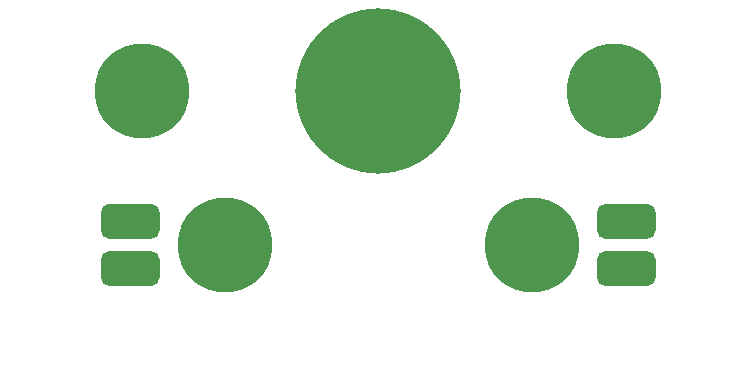
<source format=gbl>
G04 #@! TF.GenerationSoftware,KiCad,Pcbnew,5.1.9+dfsg1-1*
G04 #@! TF.CreationDate,2023-01-27T15:44:57+09:00*
G04 #@! TF.ProjectId,bottom,626f7474-6f6d-42e6-9b69-6361645f7063,rev?*
G04 #@! TF.SameCoordinates,Original*
G04 #@! TF.FileFunction,Copper,L4,Bot*
G04 #@! TF.FilePolarity,Positive*
%FSLAX46Y46*%
G04 Gerber Fmt 4.6, Leading zero omitted, Abs format (unit mm)*
G04 Created by KiCad (PCBNEW 5.1.9+dfsg1-1) date 2023-01-27 15:44:57*
%MOMM*%
%LPD*%
G01*
G04 APERTURE LIST*
G04 #@! TA.AperFunction,ComponentPad*
%ADD10C,8.000000*%
G04 #@! TD*
G04 #@! TA.AperFunction,ComponentPad*
%ADD11C,14.000000*%
G04 #@! TD*
G04 APERTURE END LIST*
D10*
X60000000Y-90000000D03*
X67000000Y-103000000D03*
X100000000Y-90000000D03*
D11*
X80000000Y-90000000D03*
G04 #@! TA.AperFunction,ComponentPad*
G36*
G01*
X57250000Y-99500000D02*
X60750000Y-99500000D01*
G75*
G02*
X61500000Y-100250000I0J-750000D01*
G01*
X61500000Y-101750000D01*
G75*
G02*
X60750000Y-102500000I-750000J0D01*
G01*
X57250000Y-102500000D01*
G75*
G02*
X56500000Y-101750000I0J750000D01*
G01*
X56500000Y-100250000D01*
G75*
G02*
X57250000Y-99500000I750000J0D01*
G01*
G37*
G04 #@! TD.AperFunction*
G04 #@! TA.AperFunction,ComponentPad*
G36*
G01*
X57250000Y-103500000D02*
X60750000Y-103500000D01*
G75*
G02*
X61500000Y-104250000I0J-750000D01*
G01*
X61500000Y-105750000D01*
G75*
G02*
X60750000Y-106500000I-750000J0D01*
G01*
X57250000Y-106500000D01*
G75*
G02*
X56500000Y-105750000I0J750000D01*
G01*
X56500000Y-104250000D01*
G75*
G02*
X57250000Y-103500000I750000J0D01*
G01*
G37*
G04 #@! TD.AperFunction*
G04 #@! TA.AperFunction,ComponentPad*
G36*
G01*
X99250000Y-103500000D02*
X102750000Y-103500000D01*
G75*
G02*
X103500000Y-104250000I0J-750000D01*
G01*
X103500000Y-105750000D01*
G75*
G02*
X102750000Y-106500000I-750000J0D01*
G01*
X99250000Y-106500000D01*
G75*
G02*
X98500000Y-105750000I0J750000D01*
G01*
X98500000Y-104250000D01*
G75*
G02*
X99250000Y-103500000I750000J0D01*
G01*
G37*
G04 #@! TD.AperFunction*
G04 #@! TA.AperFunction,ComponentPad*
G36*
G01*
X99250000Y-99500000D02*
X102750000Y-99500000D01*
G75*
G02*
X103500000Y-100250000I0J-750000D01*
G01*
X103500000Y-101750000D01*
G75*
G02*
X102750000Y-102500000I-750000J0D01*
G01*
X99250000Y-102500000D01*
G75*
G02*
X98500000Y-101750000I0J750000D01*
G01*
X98500000Y-100250000D01*
G75*
G02*
X99250000Y-99500000I750000J0D01*
G01*
G37*
G04 #@! TD.AperFunction*
D10*
X93000000Y-103000000D03*
M02*

</source>
